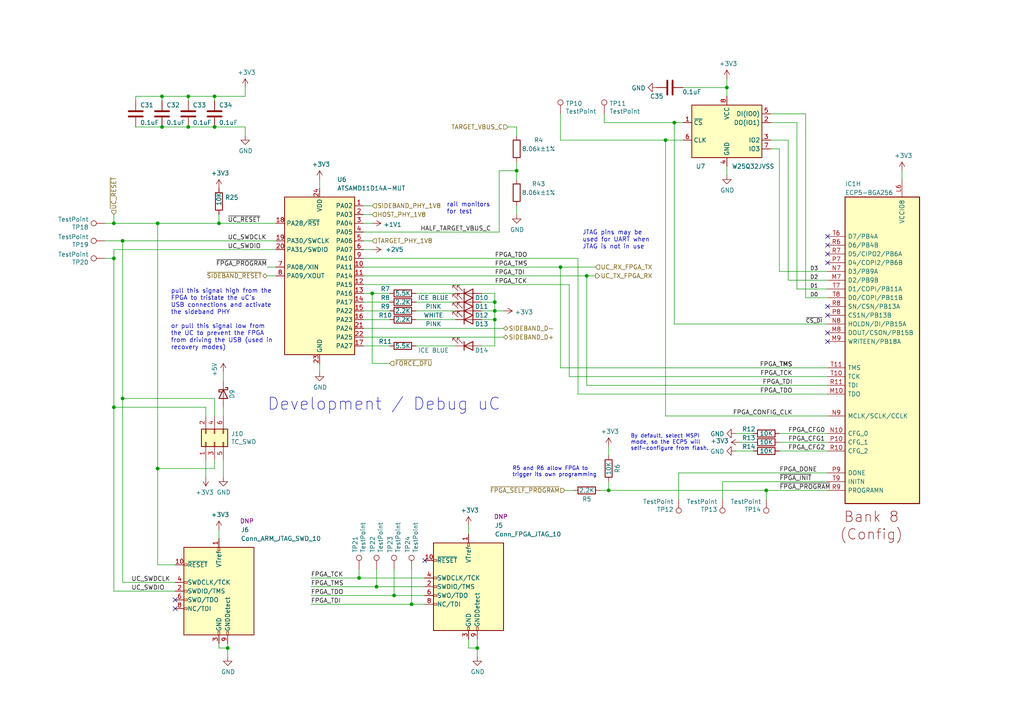
<source format=kicad_sch>
(kicad_sch (version 20211123) (generator eeschema)
  (paper "A4")
  (title_block (title "LUNA: Configuration / Dev / Debug Section") (date "2021-03-10") (rev "r0") (company "Copyright 2019-2021 Great Scott Gadgets") (comment 1 "Katherine J. Temkin") (comment 3 "Licensed under the CERN-OHL-P v2"))
  (junction (at 162.56 77.47))
  (junction (at 104.14 167.64))
  (junction (at 35.56 69.85))
  (junction (at 62.23 36.83))
  (junction (at 193.04 40.64))
  (junction (at 35.56 115.57))
  (junction (at 222.25 142.24))
  (junction (at 54.61 36.83))
  (junction (at 33.02 64.77))
  (junction (at 195.58 35.56))
  (junction (at 138.43 187.96))
  (junction (at 109.22 170.18))
  (junction (at 33.02 118.11))
  (junction (at 46.99 36.83))
  (junction (at 210.82 25.4))
  (junction (at 63.5 64.77))
  (junction (at 54.61 27.94))
  (junction (at 143.51 87.63))
  (junction (at 149.86 49.53))
  (junction (at 119.38 175.26))
  (junction (at 143.51 90.17))
  (junction (at 176.53 142.24))
  (junction (at 62.23 27.94))
  (junction (at 107.95 85.09))
  (junction (at 170.18 80.01))
  (junction (at 114.3 172.72))
  (junction (at 143.51 92.71))
  (junction (at 33.02 74.93))
  (junction (at 66.04 187.96))
  (junction (at 45.72 64.77))
  (junction (at 46.99 27.94))
  (junction (at 45.72 135.89))
  (no_connect (at 240.03 96.52))
  (no_connect (at 240.03 88.9))
  (no_connect (at 240.03 99.06))
  (no_connect (at 240.03 76.2))
  (no_connect (at 240.03 91.44))
  (no_connect (at 240.03 71.12))
  (no_connect (at 240.03 73.66))
  (no_connect (at 50.8 173.99))
  (no_connect (at 50.8 176.53))
  (no_connect (at 240.03 68.58))
  (no_connect (at 123.19 162.56))
  (wire (pts (xy 240.03 142.24) (xy 222.25 142.24)))
  (wire (pts (xy 149.86 49.53) (xy 149.86 46.99)))
  (wire (pts (xy 45.72 163.83) (xy 50.8 163.83)))
  (wire (pts (xy 149.86 62.23) (xy 149.86 59.69)))
  (wire (pts (xy 105.41 87.63) (xy 113.03 87.63)))
  (wire (pts (xy 105.41 69.85) (xy 107.95 69.85)))
  (wire (pts (xy 193.04 120.65) (xy 193.04 40.64)))
  (wire (pts (xy 123.19 172.72) (xy 114.3 172.72)))
  (wire (pts (xy 35.56 69.85) (xy 80.01 69.85)))
  (wire (pts (xy 226.06 125.73) (xy 240.03 125.73)))
  (wire (pts (xy 149.86 49.53) (xy 149.86 52.07)))
  (wire (pts (xy 62.23 29.21) (xy 62.23 27.94)))
  (wire (pts (xy 162.56 77.47) (xy 172.72 77.47)))
  (wire (pts (xy 105.41 92.71) (xy 113.03 92.71)))
  (wire (pts (xy 66.04 187.96) (xy 66.04 190.5)))
  (wire (pts (xy 54.61 29.21) (xy 54.61 27.94)))
  (wire (pts (xy 59.69 120.65) (xy 59.69 118.11)))
  (wire (pts (xy 226.06 78.74) (xy 226.06 43.18)))
  (wire (pts (xy 233.68 86.36) (xy 240.03 86.36)))
  (wire (pts (xy 123.19 170.18) (xy 109.22 170.18)))
  (wire (pts (xy 71.12 27.94) (xy 71.12 25.4)))
  (wire (pts (xy 165.1 109.22) (xy 165.1 82.55)))
  (wire (pts (xy 210.82 48.26) (xy 210.82 50.8)))
  (wire (pts (xy 214.63 128.27) (xy 218.44 128.27)))
  (wire (pts (xy 261.62 52.07) (xy 261.62 49.53)))
  (wire (pts (xy 107.95 105.41) (xy 107.95 85.09)))
  (wire (pts (xy 170.18 80.01) (xy 172.72 80.01)))
  (wire (pts (xy 64.77 107.95) (xy 64.77 110.49)))
  (wire (pts (xy 143.51 87.63) (xy 143.51 85.09)))
  (wire (pts (xy 135.89 185.42) (xy 135.89 187.96)))
  (wire (pts (xy 62.23 27.94) (xy 71.12 27.94)))
  (wire (pts (xy 46.99 29.21) (xy 46.99 27.94)))
  (wire (pts (xy 109.22 165.1) (xy 109.22 170.18)))
  (wire (pts (xy 223.52 40.64) (xy 228.6 40.64)))
  (wire (pts (xy 139.7 87.63) (xy 143.51 87.63)))
  (wire (pts (xy 223.52 33.02) (xy 233.68 33.02)))
  (wire (pts (xy 240.03 137.16) (xy 196.85 137.16)))
  (wire (pts (xy 143.51 85.09) (xy 139.7 85.09)))
  (wire (pts (xy 213.36 130.81) (xy 218.44 130.81)))
  (wire (pts (xy 193.04 40.64) (xy 198.12 40.64)))
  (wire (pts (xy 162.56 40.64) (xy 193.04 40.64)))
  (wire (pts (xy 107.95 64.77) (xy 105.41 64.77)))
  (wire (pts (xy 138.43 187.96) (xy 138.43 190.5)))
  (wire (pts (xy 139.7 92.71) (xy 143.51 92.71)))
  (wire (pts (xy 92.71 52.07) (xy 92.71 54.61)))
  (wire (pts (xy 59.69 133.35) (xy 59.69 138.43)))
  (wire (pts (xy 240.03 120.65) (xy 193.04 120.65)))
  (wire (pts (xy 210.82 22.86) (xy 210.82 25.4)))
  (wire (pts (xy 176.53 129.54) (xy 176.53 132.08)))
  (wire (pts (xy 195.58 93.98) (xy 195.58 35.56)))
  (wire (pts (xy 62.23 120.65) (xy 62.23 115.57)))
  (wire (pts (xy 77.47 77.47) (xy 80.01 77.47)))
  (wire (pts (xy 173.99 142.24) (xy 176.53 142.24)))
  (wire (pts (xy 167.64 74.93) (xy 167.64 114.3)))
  (wire (pts (xy 45.72 135.89) (xy 45.72 163.83)))
  (wire (pts (xy 143.51 92.71) (xy 143.51 90.17)))
  (wire (pts (xy 144.78 67.31) (xy 105.41 67.31)))
  (wire (pts (xy 45.72 64.77) (xy 45.72 135.89)))
  (wire (pts (xy 66.04 186.69) (xy 66.04 187.96)))
  (wire (pts (xy 163.83 142.24) (xy 166.37 142.24)))
  (wire (pts (xy 210.82 27.94) (xy 210.82 25.4)))
  (wire (pts (xy 63.5 62.23) (xy 63.5 64.77)))
  (wire (pts (xy 170.18 111.76) (xy 240.03 111.76)))
  (wire (pts (xy 33.02 72.39) (xy 33.02 74.93)))
  (wire (pts (xy 107.95 85.09) (xy 113.03 85.09)))
  (wire (pts (xy 104.14 167.64) (xy 90.17 167.64)))
  (wire (pts (xy 105.41 90.17) (xy 113.03 90.17)))
  (wire (pts (xy 195.58 35.56) (xy 175.26 35.56)))
  (wire (pts (xy 59.69 118.11) (xy 33.02 118.11)))
  (wire (pts (xy 170.18 80.01) (xy 105.41 80.01)))
  (wire (pts (xy 240.03 93.98) (xy 195.58 93.98)))
  (wire (pts (xy 105.41 82.55) (xy 165.1 82.55)))
  (wire (pts (xy 119.38 165.1) (xy 119.38 175.26)))
  (wire (pts (xy 198.12 25.4) (xy 210.82 25.4)))
  (wire (pts (xy 147.32 36.83) (xy 149.86 36.83)))
  (wire (pts (xy 138.43 187.96) (xy 138.43 185.42)))
  (wire (pts (xy 105.41 62.23) (xy 107.95 62.23)))
  (wire (pts (xy 54.61 36.83) (xy 62.23 36.83)))
  (wire (pts (xy 176.53 142.24) (xy 176.53 139.7)))
  (wire (pts (xy 63.5 153.67) (xy 63.5 156.21)))
  (wire (pts (xy 105.41 72.39) (xy 107.95 72.39)))
  (wire (pts (xy 146.05 95.25) (xy 105.41 95.25)))
  (wire (pts (xy 143.51 90.17) (xy 139.7 90.17)))
  (wire (pts (xy 30.48 69.85) (xy 35.56 69.85)))
  (wire (pts (xy 92.71 105.41) (xy 92.71 107.95)))
  (wire (pts (xy 170.18 80.01) (xy 170.18 111.76)))
  (wire (pts (xy 123.19 175.26) (xy 119.38 175.26)))
  (wire (pts (xy 30.48 64.77) (xy 33.02 64.77)))
  (wire (pts (xy 175.26 35.56) (xy 175.26 33.02)))
  (wire (pts (xy 39.37 36.83) (xy 46.99 36.83)))
  (wire (pts (xy 119.38 175.26) (xy 90.17 175.26)))
  (wire (pts (xy 213.36 125.73) (xy 218.44 125.73)))
  (wire (pts (xy 144.78 49.53) (xy 149.86 49.53)))
  (wire (pts (xy 105.41 97.79) (xy 146.05 97.79)))
  (wire (pts (xy 149.86 36.83) (xy 149.86 39.37)))
  (wire (pts (xy 228.6 81.28) (xy 240.03 81.28)))
  (wire (pts (xy 226.06 128.27) (xy 240.03 128.27)))
  (wire (pts (xy 62.23 135.89) (xy 45.72 135.89)))
  (wire (pts (xy 64.77 120.65) (xy 64.77 118.11)))
  (wire (pts (xy 46.99 36.83) (xy 54.61 36.83)))
  (wire (pts (xy 132.08 87.63) (xy 120.65 87.63)))
  (wire (pts (xy 54.61 27.94) (xy 46.99 27.94)))
  (wire (pts (xy 143.51 90.17) (xy 143.51 87.63)))
  (wire (pts (xy 240.03 139.7) (xy 209.55 139.7)))
  (wire (pts (xy 71.12 36.83) (xy 71.12 39.37)))
  (wire (pts (xy 109.22 170.18) (xy 90.17 170.18)))
  (wire (pts (xy 39.37 29.21) (xy 39.37 27.94)))
  (wire (pts (xy 144.78 49.53) (xy 144.78 67.31)))
  (wire (pts (xy 240.03 78.74) (xy 226.06 78.74)))
  (wire (pts (xy 63.5 64.77) (xy 80.01 64.77)))
  (wire (pts (xy 146.05 90.17) (xy 143.51 90.17)))
  (wire (pts (xy 233.68 33.02) (xy 233.68 86.36)))
  (wire (pts (xy 231.14 35.56) (xy 223.52 35.56)))
  (wire (pts (xy 226.06 130.81) (xy 240.03 130.81)))
  (wire (pts (xy 132.08 90.17) (xy 120.65 90.17)))
  (wire (pts (xy 63.5 186.69) (xy 63.5 187.96)))
  (wire (pts (xy 63.5 187.96) (xy 66.04 187.96)))
  (wire (pts (xy 77.47 80.01) (xy 80.01 80.01)))
  (wire (pts (xy 33.02 171.45) (xy 50.8 171.45)))
  (wire (pts (xy 240.03 83.82) (xy 231.14 83.82)))
  (wire (pts (xy 222.25 142.24) (xy 222.25 144.78)))
  (wire (pts (xy 195.58 35.56) (xy 198.12 35.56)))
  (wire (pts (xy 120.65 92.71) (xy 132.08 92.71)))
  (wire (pts (xy 105.41 59.69) (xy 107.95 59.69)))
  (wire (pts (xy 162.56 106.68) (xy 240.03 106.68)))
  (wire (pts (xy 35.56 115.57) (xy 35.56 168.91)))
  (wire (pts (xy 143.51 100.33) (xy 143.51 92.71)))
  (wire (pts (xy 231.14 83.82) (xy 231.14 35.56)))
  (wire (pts (xy 105.41 74.93) (xy 167.64 74.93)))
  (wire (pts (xy 135.89 187.96) (xy 138.43 187.96)))
  (wire (pts (xy 33.02 74.93) (xy 33.02 118.11)))
  (wire (pts (xy 64.77 133.35) (xy 64.77 138.43)))
  (wire (pts (xy 135.89 152.4) (xy 135.89 154.94)))
  (wire (pts (xy 33.02 62.23) (xy 33.02 64.77)))
  (wire (pts (xy 105.41 85.09) (xy 107.95 85.09)))
  (wire (pts (xy 39.37 27.94) (xy 46.99 27.94)))
  (wire (pts (xy 162.56 33.02) (xy 162.56 40.64)))
  (wire (pts (xy 62.23 133.35) (xy 62.23 135.89)))
  (wire (pts (xy 209.55 139.7) (xy 209.55 144.78)))
  (wire (pts (xy 35.56 69.85) (xy 35.56 115.57)))
  (wire (pts (xy 114.3 165.1) (xy 114.3 172.72)))
  (wire (pts (xy 30.48 74.93) (xy 33.02 74.93)))
  (wire (pts (xy 105.41 77.47) (xy 162.56 77.47)))
  (wire (pts (xy 162.56 77.47) (xy 162.56 106.68)))
  (wire (pts (xy 33.02 118.11) (xy 33.02 171.45)))
  (wire (pts (xy 123.19 167.64) (xy 104.14 167.64)))
  (wire (pts (xy 114.3 172.72) (xy 90.17 172.72)))
  (wire (pts (xy 228.6 40.64) (xy 228.6 81.28)))
  (wire (pts (xy 33.02 72.39) (xy 80.01 72.39)))
  (wire (pts (xy 104.14 165.1) (xy 104.14 167.64)))
  (wire (pts (xy 196.85 137.16) (xy 196.85 144.78)))
  (wire (pts (xy 120.65 100.33) (xy 132.08 100.33)))
  (wire (pts (xy 120.65 85.09) (xy 132.08 85.09)))
  (wire (pts (xy 139.7 100.33) (xy 143.51 100.33)))
  (wire (pts (xy 45.72 64.77) (xy 63.5 64.77)))
  (wire (pts (xy 107.95 105.41) (xy 113.03 105.41)))
  (wire (pts (xy 226.06 43.18) (xy 223.52 43.18)))
  (wire (pts (xy 62.23 115.57) (xy 35.56 115.57)))
  (wire (pts (xy 33.02 64.77) (xy 45.72 64.77)))
  (wire (pts (xy 222.25 142.24) (xy 176.53 142.24)))
  (wire (pts (xy 165.1 109.22) (xy 240.03 109.22)))
  (wire (pts (xy 35.56 168.91) (xy 50.8 168.91)))
  (wire (pts (xy 167.64 114.3) (xy 240.03 114.3)))
  (wire (pts (xy 62.23 27.94) (xy 54.61 27.94)))
  (wire (pts (xy 105.41 100.33) (xy 113.03 100.33)))
  (wire (pts (xy 62.23 36.83) (xy 71.12 36.83)))
  (text "pull this signal high from the\nFPGA to tristate the uC’s \nUSB connections and activate\nthe sideband PHY\n\nor pull this signal low from\nthe UC to prevent the FPGA\nfrom driving the USB (used in\nrecovery modes)" (at 49.53 101.6 0) (effects (font (size 1.27 1.27)) (justify left bottom)))
  (text "Development / Debug uC" (at 77.47 119.38 0) (effects (font (size 3.5052 3.5052)) (justify left bottom)))
  (text "By default, select MSPI \nmode, so the ECP5 will \nself-configure from flash." (at 182.88 130.81 0) (effects (font (size 1.1176 1.1176)) (justify left bottom)))
  (text "JTAG pins may be\nused for UART when\nJTAG is not in use" (at 168.91 72.39 0) (effects (font (size 1.27 1.27)) (justify left bottom)))
  (text "rail monitors\nfor test" (at 129.54 62.23 0) (effects (font (size 1.27 1.27)) (justify left bottom)))
  (text "R5 and R6 allow FPGA to\ntrigger its own programming" (at 148.59 138.43 0) (effects (font (size 1.1176 1.1176)) (justify left bottom)))
  (label "FPGA_TMS" (at 229.87 106.68 180))
  (label "D1" (at 234.95 83.82 0) (effects (font (size 1.1176 1.1176))))
  (label "~{FPGA_INIT}" (at 226.06 139.7 0))
  (label "FPGA_TMS" (at 143.51 77.47 0))
  (label "D0" (at 234.95 86.36 0) (effects (font (size 1.1176 1.1176))))
  (label "D3" (at 234.95 78.74 0) (effects (font (size 1.1176 1.1176))))
  (label "FPGA_TDI" (at 90.17 175.26 0))
  (label "~{UC_RESET}" (at 66.04 64.77 0))
  (label "FPGA_TDI" (at 143.51 80.01 0))
  (label "FPGA_TDO" (at 143.51 74.93 0))
  (label "HALF_TARGET_VBUS_C" (at 121.92 67.31 0))
  (label "UC_SWDCLK" (at 38.1 168.91 0))
  (label "D2" (at 234.95 81.28 0) (effects (font (size 1.1176 1.1176))))
  (label "FPGA_DONE" (at 226.06 137.16 0))
  (label "UC_SWDIO" (at 38.1 171.45 0))
  (label "FPGA_TDO" (at 229.87 114.3 180))
  (label "~{FPGA_PROGRAM}" (at 226.06 142.24 0))
  (label "FPGA_TDO" (at 90.17 172.72 0))
  (label "FPGA_CFG1" (at 228.6 128.27 0))
  (label "FPGA_TMS" (at 90.17 170.18 0))
  (label "FPGA_TDI" (at 229.87 111.76 180))
  (label "UC_SWDIO" (at 66.04 72.39 0))
  (label "FPGA_TCK" (at 90.17 167.64 0))
  (label "FPGA_CONFIG_CLK" (at 229.87 120.65 180))
  (label "TMS" (at 229.87 106.68 180))
  (label "FPGA_TCK" (at 229.87 109.22 180))
  (label "~{FPGA_PROGRAM}" (at 77.47 77.47 180))
  (label "FPGA_CFG0" (at 228.6 125.73 0))
  (label "~{CS_DI}" (at 233.68 93.98 0) (effects (font (size 1.1176 1.1176))))
  (label "UC_SWDCLK" (at 66.04 69.85 0))
  (label "FPGA_CFG2" (at 228.6 130.81 0))
  (label "FPGA_TCK" (at 143.51 82.55 0))
  (hierarchical_label "~{FORCE_DFU}" (shape input) (at 113.03 105.41 0))
  (hierarchical_label "~{UC_RESET}" (shape input) (at 33.02 62.23 90))
  (hierarchical_label "SIDEBAND_D+" (shape bidirectional) (at 146.05 97.79 0))
  (hierarchical_label "TARGET_PHY_1V8" (shape input) (at 107.95 69.85 0))
  (hierarchical_label "TARGET_VBUS_C" (shape input) (at 147.32 36.83 180))
  (hierarchical_label "~{FPGA_SELF_PROGRAM}" (shape input) (at 163.83 142.24 180))
  (hierarchical_label "HOST_PHY_1V8" (shape input) (at 107.95 62.23 0))
  (hierarchical_label "UC_RX_FPGA_TX" (shape input) (at 172.72 77.47 0))
  (hierarchical_label "SIDEBAND_D-" (shape bidirectional) (at 146.05 95.25 0))
  (hierarchical_label "SIDEBAND_PHY_1V8" (shape input) (at 107.95 59.69 0))
  (hierarchical_label "UC_TX_FPGA_RX" (shape output) (at 172.72 80.01 0))
  (hierarchical_label "~{SIDEBAND_RESET}" (shape bidirectional) (at 77.47 80.01 180))
  (symbol (lib_id "Connector:Conn_ARM_JTAG_SWD_10") (at 63.5 171.45 0) (mirror y) (unit 1)
    (property "Reference" "J6" (at 69.85 153.67 0) (effects (justify right)))
    (property "Value" "Conn_ARM_JTAG_SWD_10" (at 69.85 156.21 0) (effects (justify right)))
    (property "Footprint" "luna:SWD_CONNECTOR_LARGE_BOX" (effects hide))
    (property "Datasheet" "http://infocenter.arm.com/help/topic/com.arm.doc.ddi0314h/DDI0314H_coresight_components_trm.pdf" (effects hide))
    (property "Description" "CONN HEADER VERT 10POS 1.27MM" (effects hide))
    (property "Manufacturer" "Samtec" (effects hide))
    (property "Part Number" "FTSH-105-01-F-D-K" (effects hide))
    (property "Note" "DNP" (at 73.66 151.13 0) (effects (justify left)))
  )
  (symbol (lib_id "power:GND") (at 66.04 190.5 0) (unit 1)
    (property "Reference" "#PWR049" (effects hide))
    (property "Value" "GND" (at 66.1416 194.8688 0))
  )
  (symbol (lib_id "power:+3V3") (at 63.5 153.67 0) (unit 1)
    (property "Reference" "#PWR048" (effects hide))
    (property "Value" "+3V3" (at 63.8556 149.2758 0))
  )
  (symbol (lib_id "Device:LED") (at 135.89 85.09 0) (mirror x) (unit 1)
    (property "Reference" "D10" (at 139.7 86.36 0))
    (property "Value" "ICE BLUE" (at 125.73 86.36 0))
    (property "Footprint" "LED_SMD:LED_0603_1608Metric_Pad1.05x0.95mm_HandSolder" (effects hide))
    (property "Part Number" "MHT192WDT-ICE" (effects hide))
    (property "Manufacturer" "MEIHUA" (effects hide))
    (property "Description" "LED SMD 0603 ICE BLUE" (effects hide))
  )
  (symbol (lib_id "Device:LED") (at 135.89 87.63 0) (mirror x) (unit 1)
    (property "Reference" "D11" (at 139.7 88.9 0))
    (property "Value" "PINK" (at 125.73 88.9 0))
    (property "Footprint" "LED_SMD:LED_0603_1608Metric_Pad1.05x0.95mm_HandSolder" (effects hide))
    (property "Part Number" "OSK40603C1E" (effects hide))
    (property "Manufacturer" "OptoSupply" (effects hide))
    (property "Description" "LED SMD 0603 PINK" (effects hide))
  )
  (symbol (lib_id "Device:LED") (at 135.89 90.17 0) (mirror x) (unit 1)
    (property "Reference" "D12" (at 139.7 91.44 0))
    (property "Value" "WHITE" (at 125.73 91.44 0))
    (property "Footprint" "LED_SMD:LED_0603_1608Metric_Pad1.05x0.95mm_HandSolder" (effects hide))
    (property "Part Number" "ORH-W46G" (effects hide))
    (property "Manufacturer" "Orient" (effects hide))
    (property "Description" "LED SMD 0603 WHITE" (effects hide))
  )
  (symbol (lib_id "Device:LED") (at 135.89 92.71 0) (mirror x) (unit 1)
    (property "Reference" "D13" (at 139.7 93.98 0))
    (property "Value" "PINK" (at 125.73 93.98 0))
    (property "Footprint" "LED_SMD:LED_0603_1608Metric_Pad1.05x0.95mm_HandSolder" (effects hide))
    (property "Part Number" "OSK40603C1E" (effects hide))
    (property "Manufacturer" "OptoSupply" (effects hide))
    (property "Description" "LED SMD 0603 PINK" (effects hide))
  )
  (symbol (lib_id "Device:LED") (at 135.89 100.33 0) (mirror x) (unit 1)
    (property "Reference" "D14" (at 139.7 101.6 0))
    (property "Value" "ICE BLUE" (at 125.73 101.6 0))
    (property "Footprint" "LED_SMD:LED_0603_1608Metric_Pad1.05x0.95mm_HandSolder" (effects hide))
    (property "Part Number" "MHT192WDT-ICE" (effects hide))
    (property "Manufacturer" "MEIHUA" (effects hide))
    (property "Description" "LED SMD 0603 ICE BLUE" (effects hide))
  )
  (symbol (lib_id "power:+3V3") (at 146.05 90.17 270) (unit 1)
    (property "Reference" "#PWR047" (effects hide))
    (property "Value" "+3V3" (at 149.3012 90.5256 90) (effects (justify left)))
  )
  (symbol (lib_id "power:+1V1") (at 107.95 64.77 270) (unit 1)
    (property "Reference" "#PWR040" (effects hide))
    (property "Value" "+1V1" (at 111.2012 65.151 90) (effects (justify left)))
  )
  (symbol (lib_id "power:+2V5") (at 107.95 72.39 270) (unit 1)
    (property "Reference" "#PWR046" (effects hide))
    (property "Value" "+2V5" (at 111.76 72.39 90) (effects (justify left)))
  )
  (symbol (lib_id "Connector:Conn_ARM_JTAG_SWD_10") (at 135.89 170.18 0) (mirror y) (unit 1)
    (property "Reference" "J5" (at 143.51 152.4 0) (effects (justify right)))
    (property "Value" "Conn_FPGA_JTAG_10" (at 143.51 154.94 0) (effects (justify right)))
    (property "Footprint" "luna:SWD_CONNECTOR_LARGE_BOX" (effects hide))
    (property "Datasheet" "http://infocenter.arm.com/help/topic/com.arm.doc.ddi0314h/DDI0314H_coresight_components_trm.pdf" (effects hide))
    (property "Description" "CONN HEADER VERT 10POS 1.27MM" (effects hide))
    (property "Manufacturer" "Samtec" (effects hide))
    (property "Part Number" "FTSH-105-01-F-D-K" (effects hide))
    (property "Note" "DNP" (at 147.32 149.86 0) (effects (justify left)))
  )
  (symbol (lib_id "fpgas_and_processors:ECP5-BGA256") (at 266.7 57.15 0) (mirror y) (unit 8)
    (property "Reference" "IC1" (at 245.11 53.34 0) (effects (justify right)))
    (property "Value" "ECP5-BGA256" (at 245.11 55.88 0) (effects (justify right)))
    (property "Footprint" "luna:lattice_cabga256" (effects hide))
    (property "Description" "FPGA - Field Programmable Gate Array ECP5; 12k LUTs; 1.1V" (effects hide))
    (property "Manufacturer" "Lattice" (effects hide))
    (property "Part Number" "LFE5U-12F-6BG256C" (effects hide))
    (property "Substitution" "LFE5U-12F-*BG256*" (effects hide))
  )
  (symbol (lib_id "power:+3V3") (at 261.62 49.53 0) (unit 1)
    (property "Reference" "#PWR056" (effects hide))
    (property "Value" "+3V3" (at 262.001 45.1358 0))
  )
  (symbol (lib_id "Device:C") (at 46.99 33.02 0) (unit 1)
    (property "Reference" "C32" (at 48.26 30.48 0) (effects (justify left)))
    (property "Value" "0.1uF" (at 48.26 35.56 0) (effects (justify left)))
    (property "Footprint" "Capacitor_SMD:C_0402_1005Metric" (effects hide))
    (property "Part Number" "GENERIC-CAP-0402-0.1uF" (effects hide))
    (property "Substitution" "any equivalent" (effects hide))
  )
  (symbol (lib_id "Device:C") (at 54.61 33.02 0) (unit 1)
    (property "Reference" "C33" (at 55.88 30.48 0) (effects (justify left)))
    (property "Value" "0.1uF" (at 55.88 35.56 0) (effects (justify left)))
    (property "Footprint" "Capacitor_SMD:C_0402_1005Metric" (effects hide))
    (property "Part Number" "GENERIC-CAP-0402-0.1uF" (effects hide))
    (property "Substitution" "any equivalent" (effects hide))
  )
  (symbol (lib_id "Device:C") (at 62.23 33.02 0) (unit 1)
    (property "Reference" "C34" (at 63.5 30.48 0) (effects (justify left)))
    (property "Value" "0.1uF" (at 63.5 35.56 0) (effects (justify left)))
    (property "Footprint" "Capacitor_SMD:C_0402_1005Metric" (effects hide))
    (property "Part Number" "GENERIC-CAP-0402-0.1uF" (effects hide))
    (property "Substitution" "any equivalent" (effects hide))
  )
  (symbol (lib_id "Device:C") (at 39.37 33.02 0) (unit 1)
    (property "Reference" "C31" (at 40.64 30.48 0) (effects (justify left)))
    (property "Value" "0.1uF" (at 40.64 35.56 0) (effects (justify left)))
    (property "Footprint" "Capacitor_SMD:C_0402_1005Metric" (effects hide))
    (property "Part Number" "GENERIC-CAP-0402-0.1uF" (effects hide))
    (property "Substitution" "any equivalent" (effects hide))
  )
  (symbol (lib_id "power:GND") (at 71.12 39.37 0) (unit 1)
    (property "Reference" "#PWR041" (effects hide))
    (property "Value" "GND" (at 71.247 43.7642 0))
  )
  (symbol (lib_id "power:+3V3") (at 71.12 25.4 0) (unit 1)
    (property "Reference" "#PWR045" (effects hide))
    (property "Value" "+3V3" (at 71.501 21.0058 0))
  )
  (symbol (lib_id "power:GND") (at 92.71 107.95 0) (unit 1)
    (property "Reference" "#PWR044" (effects hide))
    (property "Value" "GND" (at 92.837 112.3442 0))
  )
  (symbol (lib_id "Memory_Flash:W25Q32JVSS") (at 210.82 38.1 0) (unit 1)
    (property "Reference" "U7" (at 203.2 48.26 0))
    (property "Value" "W25Q32JVSS" (at 218.44 48.26 0))
    (property "Footprint" "Package_SO:SOIC-8_5.23x5.23mm_P1.27mm" (effects hide))
    (property "Datasheet" "http://www.winbond.com/resource-files/w25q32jv%20revg%2003272018%20plus.pdf" (effects hide))
    (property "Description" "IC FLASH 32M SPI 133MHZ 8SOIC" (effects hide))
    (property "Manufacturer" "Winbond" (effects hide))
    (property "Part Number" "W25Q32JVSSIQ" (effects hide))
  )
  (symbol (lib_id "power:+3V3") (at 210.82 22.86 0) (unit 1)
    (property "Reference" "#PWR051" (effects hide))
    (property "Value" "+3V3" (at 211.201 18.4658 0))
  )
  (symbol (lib_id "power:GND") (at 210.82 50.8 0) (unit 1)
    (property "Reference" "#PWR052" (effects hide))
    (property "Value" "GND" (at 210.947 55.1942 0))
  )
  (symbol (lib_id "Device:C") (at 194.31 25.4 270) (unit 1)
    (property "Reference" "C35" (at 190.5 27.94 90))
    (property "Value" "0.1uF" (at 200.66 26.67 90))
    (property "Footprint" "Capacitor_SMD:C_0402_1005Metric" (effects hide))
    (property "Part Number" "GENERIC-CAP-0402-0.1uF" (effects hide))
    (property "Substitution" "any equivalent" (effects hide))
  )
  (symbol (lib_id "power:GND") (at 190.5 25.4 270) (unit 1)
    (property "Reference" "#PWR050" (effects hide))
    (property "Value" "GND" (at 187.2488 25.527 90) (effects (justify right)))
  )
  (symbol (lib_id "Device:R") (at 222.25 125.73 270) (unit 1)
    (property "Reference" "R12" (at 217.17 124.46 90))
    (property "Value" "10K" (at 222.25 125.73 90))
    (property "Footprint" "Resistor_SMD:R_0402_1005Metric" (effects hide))
    (property "Part Number" "GENERIC-RES-0402-10K" (effects hide))
    (property "Substitution" "any equivalent" (effects hide))
  )
  (symbol (lib_id "Device:R") (at 222.25 128.27 270) (unit 1)
    (property "Reference" "R13" (at 217.17 127 90))
    (property "Value" "10K" (at 222.25 128.27 90))
    (property "Footprint" "Resistor_SMD:R_0402_1005Metric" (effects hide))
    (property "Part Number" "GENERIC-RES-0402-10K" (effects hide))
    (property "Substitution" "any equivalent" (effects hide))
  )
  (symbol (lib_id "Device:R") (at 222.25 130.81 270) (unit 1)
    (property "Reference" "R14" (at 217.17 129.54 90))
    (property "Value" "10K" (at 222.25 130.81 90))
    (property "Footprint" "Resistor_SMD:R_0402_1005Metric" (effects hide))
    (property "Part Number" "GENERIC-RES-0402-10K" (effects hide))
    (property "Substitution" "any equivalent" (effects hide))
  )
  (symbol (lib_id "power:+3V3") (at 214.63 128.27 90) (unit 1)
    (property "Reference" "#PWR055" (effects hide))
    (property "Value" "+3V3" (at 211.3788 127.889 90) (effects (justify left)))
  )
  (symbol (lib_id "power:GND") (at 213.36 125.73 270) (unit 1)
    (property "Reference" "#PWR053" (effects hide))
    (property "Value" "GND" (at 210.1088 125.857 90) (effects (justify right)))
  )
  (symbol (lib_id "power:GND") (at 213.36 130.81 270) (unit 1)
    (property "Reference" "#PWR054" (effects hide))
    (property "Value" "GND" (at 210.1088 130.937 90) (effects (justify right)))
  )
  (symbol (lib_id "Device:R") (at 63.5 58.42 0) (unit 1)
    (property "Reference" "R25" (at 65.278 57.277 0) (effects (justify left)))
    (property "Value" "10K" (at 63.5 59.69 90) (effects (justify left)))
    (property "Footprint" "Resistor_SMD:R_0402_1005Metric" (effects hide))
    (property "Part Number" "GENERIC-RES-0402-10K" (effects hide))
    (property "Substitution" "any equivalent" (effects hide))
  )
  (symbol (lib_id "power:+3V3") (at 63.5 54.61 0) (unit 1)
    (property "Reference" "#PWR0103" (effects hide))
    (property "Value" "+3V3" (at 63.8556 50.2158 0))
  )
  (symbol (lib_id "MCU_Microchip_SAMD:ATSAMD11D14A-M") (at 92.71 80.01 0) (unit 1)
    (property "Reference" "U6" (at 97.79 52.07 0) (effects (justify left)))
    (property "Value" "ATSAMD11D14A-MUT" (at 97.79 54.61 0) (effects (justify left)))
    (property "Footprint" "Package_DFN_QFN:QFN-24-1EP_4x4mm_P0.5mm_EP2.6x2.6mm" (effects hide))
    (property "Datasheet" "http://ww1.microchip.com/downloads/en/DeviceDoc/Atmel-42363-SAM-D11_Datasheet.pdf" (effects hide))
    (property "Description" "IC MCU 32BIT 16KB FLASH 24QFN" (effects hide))
    (property "Manufacturer" "Microchip" (effects hide))
    (property "Part Number" "ATSAMD11D14A-MUT" (effects hide))
    (property "Substitution" "ATSAMD11D14A-MNT" (effects hide))
  )
  (symbol (lib_id "power:+3V3") (at 92.71 52.07 0) (unit 1)
    (property "Reference" "#PWR0112" (effects hide))
    (property "Value" "+3V3" (at 93.091 47.6758 0))
  )
  (symbol (lib_id "power:+3V3") (at 176.53 129.54 0) (unit 1)
    (property "Reference" "#PWR02" (effects hide))
    (property "Value" "+3V3" (at 176.8856 125.1458 0))
  )
  (symbol (lib_id "Device:R") (at 176.53 135.89 0) (unit 1)
    (property "Reference" "R6" (at 179.07 135.89 90))
    (property "Value" "10K" (at 176.53 135.89 90))
    (property "Footprint" "Resistor_SMD:R_0402_1005Metric" (effects hide))
    (property "Part Number" "GENERIC-RES-0402-10K" (effects hide))
    (property "Substitution" "any equivalent" (effects hide))
  )
  (symbol (lib_id "Device:R") (at 170.18 142.24 270) (unit 1)
    (property "Reference" "R5" (at 170.18 144.78 90))
    (property "Value" "2.2K" (at 170.18 142.24 90))
    (property "Footprint" "Resistor_SMD:R_0402_1005Metric" (effects hide))
    (property "Part Number" "GENERIC-RES-0402-2.2K" (effects hide))
    (property "Substitution" "any equivalent" (effects hide))
  )
  (symbol (lib_id "Device:R") (at 149.86 55.88 180) (unit 1)
    (property "Reference" "R43" (at 156.21 53.34 0))
    (property "Value" "8.06k±1%" (at 156.21 55.88 0))
    (property "Footprint" "Resistor_SMD:R_0402_1005Metric" (effects hide))
    (property "Description" "RES SMD 8.06K OHM 1% 1/10W 0402" (effects hide))
    (property "Manufacturer" "Panasonic" (effects hide))
    (property "Part Number" "ERJ-2RKF8061X" (effects hide))
    (property "Substitution" "any equivalent" (effects hide))
  )
  (symbol (lib_id "Device:R") (at 149.86 43.18 180) (unit 1)
    (property "Reference" "R4" (at 156.21 40.64 0))
    (property "Value" "8.06k±1%" (at 156.21 43.18 0))
    (property "Footprint" "Resistor_SMD:R_0402_1005Metric" (effects hide))
    (property "Description" "RES SMD 8.06K OHM 1% 1/10W 0402" (effects hide))
    (property "Manufacturer" "Panasonic" (effects hide))
    (property "Part Number" "ERJ-2RKF8061X" (effects hide))
    (property "Substitution" "any equivalent" (effects hide))
  )
  (symbol (lib_id "power:GND") (at 149.86 62.23 0) (unit 1)
    (property "Reference" "#PWR016" (effects hide))
    (property "Value" "GND" (at 149.987 66.6242 0))
  )
  (symbol (lib_id "power:+3V3") (at 135.89 152.4 0) (unit 1)
    (property "Reference" "#PWR0124" (effects hide))
    (property "Value" "+3V3" (at 136.2456 148.0058 0))
  )
  (symbol (lib_id "Device:R") (at 116.84 87.63 270) (unit 1)
    (property "Reference" "R8" (at 111.76 86.36 90))
    (property "Value" "2.2K" (at 116.84 87.63 90))
    (property "Footprint" "Resistor_SMD:R_0402_1005Metric" (effects hide))
    (property "Part Number" "GENERIC-RES-0402-2.2K" (effects hide))
    (property "Substitution" "any equivalent" (effects hide))
  )
  (symbol (lib_id "Device:R") (at 116.84 90.17 270) (unit 1)
    (property "Reference" "R9" (at 111.76 88.9 90))
    (property "Value" "2.2K" (at 116.84 90.17 90))
    (property "Footprint" "Resistor_SMD:R_0402_1005Metric" (effects hide))
    (property "Part Number" "GENERIC-RES-0402-2.2K" (effects hide))
    (property "Substitution" "any equivalent" (effects hide))
  )
  (symbol (lib_id "Device:R") (at 116.84 92.71 270) (unit 1)
    (property "Reference" "R10" (at 111.76 91.44 90))
    (property "Value" "2.2K" (at 116.84 92.71 90))
    (property "Footprint" "Resistor_SMD:R_0402_1005Metric" (effects hide))
    (property "Part Number" "GENERIC-RES-0402-2.2K" (effects hide))
    (property "Substitution" "any equivalent" (effects hide))
  )
  (symbol (lib_id "Device:R") (at 116.84 85.09 270) (mirror x) (unit 1)
    (property "Reference" "R7" (at 111.76 83.82 90))
    (property "Value" "5.5K" (at 116.84 85.09 90))
    (property "Footprint" "Resistor_SMD:R_0402_1005Metric" (effects hide))
    (property "Part Number" "ERJ-2RKF5491X" (effects hide))
    (property "Substitution" "any equivalent" (effects hide))
    (property "Description" "RES SMD 5.49K OHM 1% 1/10W 0402" (effects hide))
    (property "Manufacturer" "Panasonic" (effects hide))
  )
  (symbol (lib_id "Connector:TestPoint") (at 175.26 33.02 0) (unit 1)
    (property "Reference" "TP11" (at 176.7332 30.0228 0) (effects (justify left)))
    (property "Value" "TestPoint" (at 176.7332 32.3088 0) (effects (justify left)))
    (property "Footprint" "TestPoint:TestPoint_Pad_D1.0mm" (effects hide))
    (property "Note" "DNP" (effects hide))
  )
  (symbol (lib_id "Connector:TestPoint") (at 162.56 33.02 0) (unit 1)
    (property "Reference" "TP10" (at 164.0332 30.0228 0) (effects (justify left)))
    (property "Value" "TestPoint" (at 164.0332 32.3088 0) (effects (justify left)))
    (property "Footprint" "TestPoint:TestPoint_Pad_D1.0mm" (effects hide))
    (property "Note" "DNP" (effects hide))
  )
  (symbol (lib_id "Device:R") (at 116.84 100.33 270) (mirror x) (unit 1)
    (property "Reference" "R11" (at 111.76 99.06 90))
    (property "Value" "5.5K" (at 116.84 100.33 90))
    (property "Footprint" "Resistor_SMD:R_0402_1005Metric" (effects hide))
    (property "Part Number" "ERJ-2RKF5491X" (effects hide))
    (property "Substitution" "any equivalent" (effects hide))
    (property "Description" "RES SMD 5.49K OHM 1% 1/10W 0402" (effects hide))
    (property "Manufacturer" "Panasonic" (effects hide))
  )
  (symbol (lib_id "Connector:TestPoint") (at 222.25 144.78 180) (unit 1)
    (property "Reference" "TP14" (at 220.7768 147.7772 0) (effects (justify left)))
    (property "Value" "TestPoint" (at 220.7768 145.4912 0) (effects (justify left)))
    (property "Footprint" "TestPoint:TestPoint_Pad_D1.0mm" (effects hide))
    (property "Note" "DNP" (effects hide))
  )
  (symbol (lib_id "Connector:TestPoint") (at 209.55 144.78 180) (unit 1)
    (property "Reference" "TP13" (at 208.0768 147.7772 0) (effects (justify left)))
    (property "Value" "TestPoint" (at 208.0768 145.4912 0) (effects (justify left)))
    (property "Footprint" "TestPoint:TestPoint_Pad_D1.0mm" (effects hide))
    (property "Note" "DNP" (effects hide))
  )
  (symbol (lib_id "Connector:TestPoint") (at 196.85 144.78 180) (unit 1)
    (property "Reference" "TP12" (at 195.3768 147.7772 0) (effects (justify left)))
    (property "Value" "TestPoint" (at 195.3768 145.4912 0) (effects (justify left)))
    (property "Footprint" "TestPoint:TestPoint_Pad_D1.0mm" (effects hide))
    (property "Note" "DNP" (effects hide))
  )
  (symbol (lib_id "Connector_Generic:Conn_02x03_Odd_Even") (at 62.23 128.27 90) (unit 1)
    (property "Reference" "J10" (at 67.0052 125.8316 90) (effects (justify right)))
    (property "Value" "TC_SWD" (at 67.0052 128.143 90) (effects (justify right)))
    (property "Footprint" "Connector:Tag-Connect_TC2030-IDC-FP_2x03_P1.27mm_Vertical" (effects hide))
    (property "Manufacturer" "Tag-Connect" (effects hide))
    (property "Note" "DNP" (effects hide))
    (property "Part Number" "TC2030-IDC" (effects hide))
    (property "Substitution" "TC2030-CTX" (effects hide))
  )
  (symbol (lib_id "power:+3V3") (at 59.69 138.43 180) (unit 1)
    (property "Reference" "#PWR0133" (effects hide))
    (property "Value" "+3V3" (at 59.3344 142.8242 0))
  )
  (symbol (lib_id "power:GND") (at 64.77 138.43 0) (unit 1)
    (property "Reference" "#PWR0131" (effects hide))
    (property "Value" "GND" (at 64.8716 142.7988 0))
  )
  (symbol (lib_id "power:+5V") (at 64.77 107.95 0) (unit 1)
    (property "Reference" "#PWR0136" (effects hide))
    (property "Value" "+5V" (at 62.23 109.22 90) (effects (justify left)))
  )
  (symbol (lib_id "Device:D_Schottky") (at 64.77 114.3 270) (unit 1)
    (property "Reference" "D9" (at 67.31 114.3 0))
    (property "Value" "PMEG4010ESBYL" (effects hide))
    (property "Footprint" "Diode_SMD:D_0402_1005Metric" (effects hide))
    (property "Manufacturer" "Nexperia" (effects hide))
    (property "Part Number" "PMEG4010ESBYL" (effects hide))
    (property "Description" "DIODE SCHOTTKY 40V 1A DSN1006-2" (effects hide))
  )
  (symbol (lib_id "Connector:TestPoint") (at 30.48 74.93 90) (unit 1)
    (property "Reference" "TP20" (at 25.7302 76.073 90) (effects (justify left)))
    (property "Value" "TestPoint" (at 25.7302 73.787 90) (effects (justify left)))
    (property "Footprint" "TestPoint:TestPoint_Pad_D1.0mm" (effects hide))
    (property "Note" "DNP" (effects hide))
  )
  (symbol (lib_id "Connector:TestPoint") (at 30.48 69.85 90) (unit 1)
    (property "Reference" "TP19" (at 25.7302 70.993 90) (effects (justify left)))
    (property "Value" "TestPoint" (at 25.7302 68.707 90) (effects (justify left)))
    (property "Footprint" "TestPoint:TestPoint_Pad_D1.0mm" (effects hide))
    (property "Note" "DNP" (effects hide))
  )
  (symbol (lib_id "Connector:TestPoint") (at 30.48 64.77 90) (unit 1)
    (property "Reference" "TP18" (at 25.7302 65.913 90) (effects (justify left)))
    (property "Value" "TestPoint" (at 25.7302 63.627 90) (effects (justify left)))
    (property "Footprint" "TestPoint:TestPoint_Pad_D1.0mm" (effects hide))
    (property "Note" "DNP" (effects hide))
  )
  (symbol (lib_id "Connector:TestPoint") (at 104.14 165.1 0) (unit 1)
    (property "Reference" "TP21" (at 102.997 160.3502 90) (effects (justify left)))
    (property "Value" "TestPoint" (at 105.283 160.3502 90) (effects (justify left)))
    (property "Footprint" "TestPoint:TestPoint_Pad_D1.0mm" (effects hide))
    (property "Note" "DNP" (effects hide))
  )
  (symbol (lib_id "Connector:TestPoint") (at 109.22 165.1 0) (unit 1)
    (property "Reference" "TP22" (at 108.077 160.3502 90) (effects (justify left)))
    (property "Value" "TestPoint" (at 110.363 160.3502 90) (effects (justify left)))
    (property "Footprint" "TestPoint:TestPoint_Pad_D1.0mm" (effects hide))
    (property "Note" "DNP" (effects hide))
  )
  (symbol (lib_id "Connector:TestPoint") (at 114.3 165.1 0) (unit 1)
    (property "Reference" "TP23" (at 113.157 160.3502 90) (effects (justify left)))
    (property "Value" "TestPoint" (at 115.443 160.3502 90) (effects (justify left)))
    (property "Footprint" "TestPoint:TestPoint_Pad_D1.0mm" (effects hide))
    (property "Note" "DNP" (effects hide))
  )
  (symbol (lib_id "Connector:TestPoint") (at 119.38 165.1 0) (unit 1)
    (property "Reference" "TP24" (at 118.237 160.3502 90) (effects (justify left)))
    (property "Value" "TestPoint" (at 120.523 160.3502 90) (effects (justify left)))
    (property "Footprint" "TestPoint:TestPoint_Pad_D1.0mm" (effects hide))
    (property "Note" "DNP" (effects hide))
  )
  (symbol (lib_id "power:GND") (at 138.43 190.5 0) (unit 1)
    (property "Reference" "#PWR020" (effects hide))
    (property "Value" "GND" (at 138.5316 194.8688 0))
  )
)
</source>
